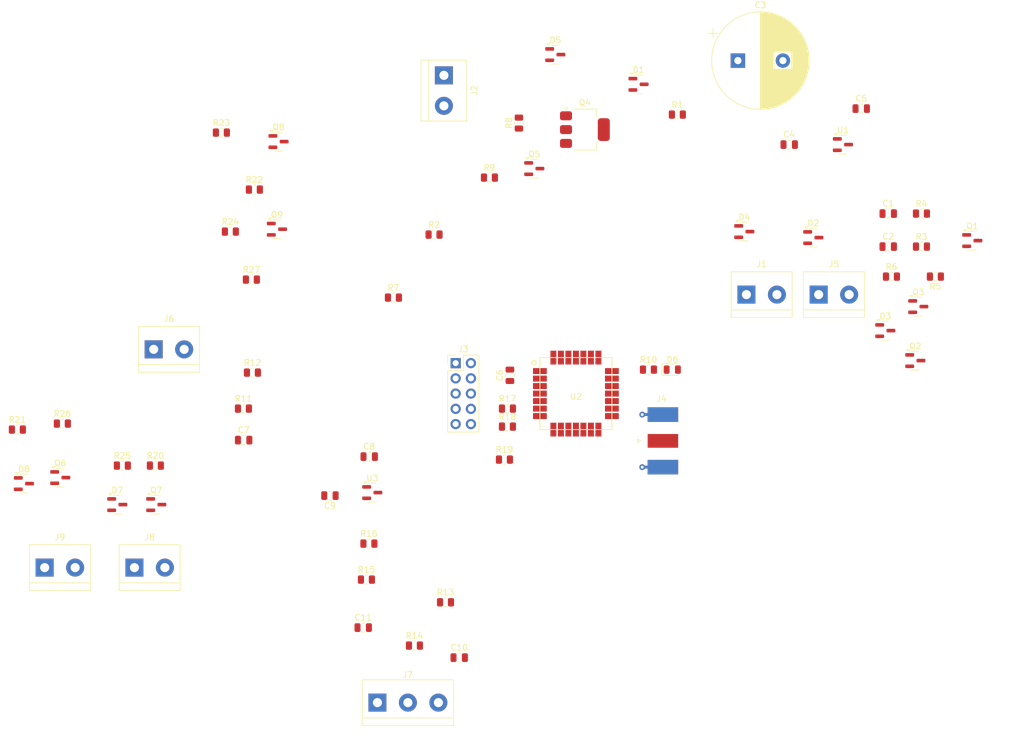
<source format=kicad_pcb>
(kicad_pcb (version 20240108) (generator "pcbnew") (generator_version "8.0")
  (layers (0 "F.Cu" signal) (31 "B.Cu" signal) (34 "B.Paste" user) (35 "F.Paste" user) (36 "B.SilkS" user "B.Silkscreen") (37 "F.SilkS" user "F.Silkscreen") (38 "B.Mask" user) (39 "F.Mask" user) (44 "Edge.Cuts" user))
  (net 0 "")
  (net 1 "Net-(D5-A)")
  (net 2 "Net-(C1-Pad2)")
  (net 3 "Net-(C2-Pad2)")
  (net 4 "Net-(J1-Pin_2)")
  (net 5 "GND")
  (net 6 "VCAP")
  (net 7 "+3V3")
  (net 8 "Net-(Q8-D)")
  (net 9 "Net-(J7-Pin_1)")
  (net 10 "VSOUT")
  (net 11 "VSIN")
  (net 12 "Net-(D1-Pad3)")
  (net 13 "Net-(Q1-C)")
  (net 15 "Net-(Q3-B)")
  (net 16 "Net-(Q2-B)")
  (net 17 "Net-(D5-K)")
  (net 19 "Net-(D6-K)")
  (net 21 "Net-(D7-K)")
  (net 22 "Net-(D8-K)")
  (net 24 "Net-(J2-Pin_2)")
  (net 25 "SWDIO")
  (net 26 "BOOT")
  (net 27 "RST")
  (net 28 "MON-TX")
  (net 29 "MON-RX")
  (net 30 "SWCLK")
  (net 31 "Net-(J4-In)")
  (net 32 "Net-(J7-Pin_2)")
  (net 33 "Net-(Q1-E)")
  (net 34 "Net-(Q1-B)")
  (net 35 "BUS-RX")
  (net 36 "Net-(Q4-E)")
  (net 37 "Net-(Q6-G)")
  (net 38 "Net-(Q7-G)")
  (net 39 "Net-(Q8-G)")
  (net 40 "Net-(Q9-G)")
  (net 41 "Net-(Q9-D)")
  (net 42 "BUS-TX")
  (net 43 "Net-(U2-PA9)")
  (net 44 "Net-(U2-PA15)")
  (net 45 "Net-(U2-PB4)")
  (net 46 "Net-(U2-PB3)")
  (net 47 "OUT-1")
  (net 48 "OUT-2")
  (net 49 "AUX")
  (footprint "TerminalBlock:TerminalBlock_bornier-2_P5.08mm" (layer "F.Cu") (at 179.92 74)
    (property "Reference" "J1" (at 2.54 -5.08 0) (layer "F.SilkS"))
    (property "Value" "BUS")
    (pad "1" thru_hole rect (at 0 0) (size 3 3) (drill 1.52) (layers "*.Cu" "*.Mask") (net 1 "Net-(D5-A)"))
    (pad "2" thru_hole circle (at 5.08 0) (size 3 3) (drill 1.52) (layers "*.Cu" "*.Mask") (net 4 "Net-(J1-Pin_2)"))
  )
  (footprint "Resistor_SMD:R_0805_2012Metric" (layer "F.Cu") (at 209.0875 60.5)
    (property "Reference" "R4" (at 0 -1.65 0) (layer "F.SilkS"))
    (property "Value" "100K")
    (pad "1" smd roundrect (at -0.9125 0) (size 1.025 1.4) (layers "F.Cu" "F.Paste" "F.Mask") (roundrect_rratio 0.243902) (net 2 "Net-(C1-Pad2)"))
    (pad "2" smd roundrect (at 0.9125 0) (size 1.025 1.4) (layers "F.Cu" "F.Paste" "F.Mask") (roundrect_rratio 0.243902) (net 15 "Net-(Q3-B)"))
  )
  (footprint "Package_TO_SOT_SMD:SOT-23" (layer "F.Cu") (at 161.9375 38.95)
    (property "Reference" "D1" (at 0 -2.4 0) (layer "F.SilkS"))
    (property "Value" "BAT54C")
    (pad "1" smd roundrect (at -0.9375 -0.95) (size 1.475 0.6) (layers "F.Cu" "F.Paste" "F.Mask"))
    (pad "2" smd roundrect (at -0.9375 0.95) (size 1.475 0.6) (layers "F.Cu" "F.Paste" "F.Mask") (net 13 "Net-(Q1-C)"))
    (pad "3" smd roundrect (at 0.9375 0) (size 1.475 0.6) (layers "F.Cu" "F.Paste" "F.Mask") (net 12 "Net-(D1-Pad3)"))
  )
  (footprint "TerminalBlock:TerminalBlock_bornier-2_P5.08mm" (layer "F.Cu") (at 77.92 119.5)
    (property "Reference" "J8" (at 2.54 -5.08 0) (layer "F.SilkS"))
    (property "Value" "OUTPUT 1")
    (pad "1" thru_hole rect (at 0 0) (size 3 3) (drill 1.52) (layers "*.Cu" "*.Mask") (net 5 "GND"))
    (pad "2" thru_hole circle (at 5.08 0) (size 3 3) (drill 1.52) (layers "*.Cu" "*.Mask") (net 21 "Net-(D7-K)"))
  )
  (footprint "Resistor_SMD:R_0805_2012Metric" (layer "F.Cu") (at 97.4125 71.5)
    (property "Reference" "R27" (at 0 -1.65 0) (layer "F.SilkS"))
    (property "Value" "100K")
    (pad "1" smd roundrect (at -0.9125 0) (size 1.025 1.4) (layers "F.Cu" "F.Paste" "F.Mask") (roundrect_rratio 0.243902) (net 5 "GND"))
    (pad "2" smd roundrect (at 0.9125 0) (size 1.025 1.4) (layers "F.Cu" "F.Paste" "F.Mask") (roundrect_rratio 0.243902) (net 49 "AUX"))
  )
  (footprint "Capacitor_SMD:C_0805_2012Metric" (layer "F.Cu") (at 187.05 49)
    (property "Reference" "C4" (at 0 -1.68 0) (layer "F.SilkS"))
    (property "Value" "1U")
    (pad "1" smd roundrect (at -0.95 0) (size 1 1.45) (layers "F.Cu" "F.Paste" "F.Mask") (net 5 "GND"))
    (pad "2" smd roundrect (at 0.95 0) (size 1 1.45) (layers "F.Cu" "F.Paste" "F.Mask") (net 6 "VCAP"))
  )
  (footprint "Resistor_SMD:R_0805_2012Metric" (layer "F.Cu") (at 140.0875 93)
    (property "Reference" "R17" (at 0 -1.65 0) (layer "F.SilkS"))
    (property "Value" "22K")
    (pad "1" smd roundrect (at -0.9125 0) (size 1.025 1.4) (layers "F.Cu" "F.Paste" "F.Mask") (roundrect_rratio 0.243902) (net 6 "VCAP"))
    (pad "2" smd roundrect (at 0.9125 0) (size 1.025 1.4) (layers "F.Cu" "F.Paste" "F.Mask") (roundrect_rratio 0.243902) (net 44 "Net-(U2-PA15)"))
  )
  (footprint "Package_TO_SOT_SMD:SOT-23" (layer "F.Cu") (at 117.5625 107)
    (property "Reference" "U3" (at 0 -2.4 0) (layer "F.SilkS"))
    (property "Value" "MCP1703T-5002E/DB")
    (pad "1" smd roundrect (at -0.9375 -0.95) (size 1.475 0.6) (layers "F.Cu" "F.Paste" "F.Mask") (net 5 "GND"))
    (pad "2" smd roundrect (at -0.9375 0.95) (size 1.475 0.6) (layers "F.Cu" "F.Paste" "F.Mask") (net 9 "Net-(J7-Pin_1)"))
    (pad "3" smd roundrect (at 0.9375 0) (size 1.475 0.6) (layers "F.Cu" "F.Paste" "F.Mask") (net 8 "Net-(Q8-D)"))
  )
  (footprint "LoRa-E5:LoRa-E5" (layer "F.Cu") (at 151.5 90.5)
    (property "Reference" "U2" (at 0 0.5 0) (layer "F.SilkS"))
    (property "Value" "LoRa-E5")
    (pad "1" smd rect (at -6 -3.75 90) (size 1 2.3) (layers "F.Cu" "F.Paste" "F.Mask") (net 7 "+3V3"))
    (pad "2" smd rect (at -6 -2.5 90) (size 1 2.3) (layers "F.Cu" "F.Paste" "F.Mask") (net 5 "GND"))
    (pad "3" smd rect (at -6 -1.25 90) (size 1 2.3) (layers "F.Cu" "F.Paste" "F.Mask") (net 25 "SWDIO"))
    (pad "4" smd rect (at -6 0 90) (size 1 2.3) (layers "F.Cu" "F.Paste" "F.Mask") (net 30 "SWCLK"))
    (pad "5" smd rect (at -6 1.25 90) (size 1 2.3) (layers "F.Cu" "F.Paste" "F.Mask"))
    (pad "6" smd rect (at -6 2.5 90) (size 1 2.3) (layers "F.Cu" "F.Paste" "F.Mask") (net 44 "Net-(U2-PA15)"))
    (pad "7" smd rect (at -6 3.75 90) (size 1 2.3) (layers "F.Cu" "F.Paste" "F.Mask") (net 45 "Net-(U2-PB4)"))
    (pad "8" smd rect (at -3.75 6 180) (size 1 2.3) (layers "F.Cu" "F.Paste" "F.Mask") (net 46 "Net-(U2-PB3)"))
    (pad "9" smd rect (at -2.5 6 180) (size 1 2.3) (layers "F.Cu" "F.Paste" "F.Mask") (net 29 "MON-RX"))
    (pad "10" smd rect (at -1.25 6 180) (size 1 2.3) (layers "F.Cu" "F.Paste" "F.Mask") (net 28 "MON-TX"))
    (pad "11" smd rect (at 0 6 180) (size 1 2.3) (layers "F.Cu" "F.Paste" "F.Mask") (net 49 "AUX"))
    (pad "12" smd rect (at 1.25 6 180) (size 1 2.3) (layers "F.Cu" "F.Paste" "F.Mask") (net 48 "OUT-2"))
    (pad "13" smd rect (at 2.5 6 180) (size 1 2.3) (layers "F.Cu" "F.Paste" "F.Mask") (net 47 "OUT-1"))
    (pad "14" smd rect (at 3.75 6 180) (size 1 2.3) (layers "F.Cu" "F.Paste" "F.Mask") (net 5 "GND"))
    (pad "15" smd rect (at 6 3.75 270) (size 1 2.3) (layers "F.Cu" "F.Paste" "F.Mask") (net 31 "Net-(J4-In)"))
    (pad "16" smd rect (at 6 2.5 270) (size 1 2.3) (layers "F.Cu" "F.Paste" "F.Mask") (net 5 "GND"))
    (pad "17" smd rect (at 6 1.25 270) (size 1 2.3) (layers "F.Cu" "F.Paste" "F.Mask") (net 27 "RST"))
    (pad "18" smd rect (at 6 0 270) (size 1 2.3) (layers "F.Cu" "F.Paste" "F.Mask") (net 35 "BUS-RX"))
    (pad "19" smd rect (at 6 -1.25 270) (size 1 2.3) (layers "F.Cu" "F.Paste" "F.Mask") (net 42 "BUS-TX"))
    (pad "20" smd rect (at 6 -2.5 270) (size 1 2.3) (layers "F.Cu" "F.Paste" "F.Mask"))
    (pad "21" smd rect (at 6 -3.75 270) (size 1 2.3) (layers "F.Cu" "F.Paste" "F.Mask") (net 43 "Net-(U2-PA9)"))
    (pad "22" smd rect (at 3.75 -6) (size 1 2.3) (layers "F.Cu" "F.Paste" "F.Mask") (net 5 "GND"))
    (pad "23" smd rect (at 2.5 -6) (size 1 2.3) (layers "F.Cu" "F.Paste" "F.Mask"))
    (pad "24" smd rect (at 1.25 -6) (size 1 2.3) (layers "F.Cu" "F.Paste" "F.Mask") (net 26 "BOOT"))
    (pad "25" smd rect (at 0 -6) (size 1 2.3) (layers "F.Cu" "F.Paste" "F.Mask"))
    (pad "26" smd rect (at -1.25 -6) (size 1 2.3) (layers "F.Cu" "F.Paste" "F.Mask"))
    (pad "27" smd rect (at -2.5 -6) (size 1 2.3) (layers "F.Cu" "F.Paste" "F.Mask"))
    (pad "28" smd rect (at -3.75 -6) (size 1 2.3) (layers "F.Cu" "F.Paste" "F.Mask"))
  )
  (footprint "Resistor_SMD:R_0805_2012Metric" (layer "F.Cu") (at 142 45.4125 90)
    (property "Reference" "R8" (at 0 -1.65 90) (layer "F.SilkS"))
    (property "Value" "1K2")
    (pad "1" smd roundrect (at -0.9125 0 90) (size 1.025 1.4) (layers "F.Cu" "F.Paste" "F.Mask") (roundrect_rratio 0.243902) (net 24 "Net-(J2-Pin_2)"))
    (pad "2" smd roundrect (at 0.9125 0 90) (size 1.025 1.4) (layers "F.Cu" "F.Paste" "F.Mask") (roundrect_rratio 0.243902) (net 17 "Net-(D5-K)"))
  )
  (footprint "Resistor_SMD:R_0805_2012Metric" (layer "F.Cu") (at 65.9125 95.5)
    (property "Reference" "R26" (at 0 -1.65 0) (layer "F.SilkS"))
    (property "Value" "100K")
    (pad "1" smd roundrect (at -0.9125 0) (size 1.025 1.4) (layers "F.Cu" "F.Paste" "F.Mask") (roundrect_rratio 0.243902) (net 5 "GND"))
    (pad "2" smd roundrect (at 0.9125 0) (size 1.025 1.4) (layers "F.Cu" "F.Paste" "F.Mask") (roundrect_rratio 0.243902) (net 48 "OUT-2"))
  )
  (footprint "Package_TO_SOT_SMD:SOT-23" (layer "F.Cu") (at 196 49)
    (property "Reference" "U1" (at 0 -2.4 0) (layer "F.SilkS"))
    (property "Value" "MCP1703T-3302E/DB")
    (pad "1" smd roundrect (at -0.9375 -0.95) (size 1.475 0.6) (layers "F.Cu" "F.Paste" "F.Mask") (net 5 "GND"))
    (pad "2" smd roundrect (at -0.9375 0.95) (size 1.475 0.6) (layers "F.Cu" "F.Paste" "F.Mask") (net 7 "+3V3"))
    (pad "3" smd roundrect (at 0.9375 0) (size 1.475 0.6) (layers "F.Cu" "F.Paste" "F.Mask") (net 6 "VCAP"))
  )
  (footprint "Capacitor_SMD:C_0805_2012Metric" (layer "F.Cu") (at 110.5 107.5 180)
    (property "Reference" "C9" (at 0 -1.68 360) (layer "F.SilkS"))
    (property "Value" "1U")
    (pad "1" smd roundrect (at -0.95 0 180) (size 1 1.45) (layers "F.Cu" "F.Paste" "F.Mask") (net 5 "GND"))
    (pad "2" smd roundrect (at 0.95 0 180) (size 1 1.45) (layers "F.Cu" "F.Paste" "F.Mask") (net 9 "Net-(J7-Pin_1)"))
  )
  (footprint "Capacitor_SMD:C_0805_2012Metric" (layer "F.Cu") (at 132.05 134.5)
    (property "Reference" "C10" (at 0 -1.68 0) (layer "F.SilkS"))
    (property "Value" "2N2")
    (pad "1" smd roundrect (at -0.95 0) (size 1 1.45) (layers "F.Cu" "F.Paste" "F.Mask") (net 5 "GND"))
    (pad "2" smd roundrect (at 0.95 0) (size 1 1.45) (layers "F.Cu" "F.Paste" "F.Mask") (net 10 "VSOUT"))
  )
  (footprint "Resistor_SMD:R_0805_2012Metric" (layer "F.Cu") (at 75.9125 102.5)
    (property "Reference" "R25" (at 0 -1.65 0) (layer "F.SilkS"))
    (property "Value" "100K")
    (pad "1" smd roundrect (at -0.9125 0) (size 1.025 1.4) (layers "F.Cu" "F.Paste" "F.Mask") (roundrect_rratio 0.243902) (net 5 "GND"))
    (pad "2" smd roundrect (at 0.9125 0) (size 1.025 1.4) (layers "F.Cu" "F.Paste" "F.Mask") (roundrect_rratio 0.243902) (net 47 "OUT-1"))
  )
  (footprint "Package_TO_SOT_SMD:SOT-23" (layer "F.Cu") (at 208.0625 85)
    (property "Reference" "Q2" (at 0 -2.4 0) (layer "F.SilkS"))
    (property "Value" "BC847")
    (pad "1" smd roundrect (at -0.9375 -0.95) (size 1.475 0.6) (layers "F.Cu" "F.Paste" "F.Mask") (net 16 "Net-(Q2-B)"))
    (pad "2" smd roundrect (at -0.9375 0.95) (size 1.475 0.6) (layers "F.Cu" "F.Paste" "F.Mask") (net 5 "GND"))
    (pad "3" smd roundrect (at 0.9375 0) (size 1.475 0.6) (layers "F.Cu" "F.Paste" "F.Mask") (net 35 "BUS-RX"))
  )
  (footprint "Resistor_SMD:R_0805_2012Metric" (layer "F.Cu") (at 96.0875 93)
    (property "Reference" "R11" (at 0 -1.65 0) (layer "F.SilkS"))
    (property "Value" "22K")
    (pad "1" smd roundrect (at -0.9125 0) (size 1.025 1.4) (layers "F.Cu" "F.Paste" "F.Mask") (roundrect_rratio 0.243902) (net 6 "VCAP"))
    (pad "2" smd roundrect (at 0.9125 0) (size 1.025 1.4) (layers "F.Cu" "F.Paste" "F.Mask") (roundrect_rratio 0.243902) (net 5 "GND"))
  )
  (footprint "Resistor_SMD:R_0805_2012Metric" (layer "F.Cu") (at 92.4125 47)
    (property "Reference" "R23" (at 0 -1.65 0) (layer "F.SilkS"))
    (property "Value" "100K")
    (pad "1" smd roundrect (at -0.9125 0) (size 1.025 1.4) (layers "F.Cu" "F.Paste" "F.Mask") (roundrect_rratio 0.243902) (net 39 "Net-(Q8-G)"))
    (pad "2" smd roundrect (at 0.9125 0) (size 1.025 1.4) (layers "F.Cu" "F.Paste" "F.Mask") (roundrect_rratio 0.243902) (net 6 "VCAP"))
  )
  (footprint "TerminalBlock:TerminalBlock_bornier-3_P5.08mm" (layer "F.Cu") (at 118.42 142)
    (property "Reference" "J7" (at 5.05 -4.65 0) (layer "F.SilkS"))
    (property "Value" "Sensor")
    (pad "1" thru_hole rect (at 0 0) (size 3 3) (drill 1.52) (layers "*.Cu" "*.Mask") (net 9 "Net-(J7-Pin_1)"))
    (pad "2" thru_hole circle (at 5.08 0) (size 3 3) (drill 1.52) (layers "*.Cu" "*.Mask") (net 32 "Net-(J7-Pin_2)"))
    (pad "3" thru_hole circle (at 10.16 0) (size 3 3) (drill 1.52) (layers "*.Cu" "*.Mask") (net 5 "GND"))
  )
  (footprint "Package_TO_SOT_SMD:SOT-23" (layer "F.Cu") (at 144.5625 53)
    (property "Reference" "Q5" (at 0 -2.4 0) (layer "F.SilkS"))
    (property "Value" "BC847")
    (pad "1" smd roundrect (at -0.9375 -0.95) (size 1.475 0.6) (layers "F.Cu" "F.Paste" "F.Mask") (net 36 "Net-(Q4-E)"))
    (pad "2" smd roundrect (at -0.9375 0.95) (size 1.475 0.6) (layers "F.Cu" "F.Paste" "F.Mask") (net 4 "Net-(J1-Pin_2)"))
    (pad "3" smd roundrect (at 0.9375 0) (size 1.475 0.6) (layers "F.Cu" "F.Paste" "F.Mask") (net 17 "Net-(D5-K)"))
  )
  (footprint "Package_TO_SOT_SMD:SOT-23" (layer "F.Cu") (at 203.0625 80)
    (property "Reference" "D3" (at 0 -2.4 0) (layer "F.SilkS"))
    (property "Value" "BAT54A")
    (pad "1" smd roundrect (at -0.9375 -0.95) (size 1.475 0.6) (layers "F.Cu" "F.Paste" "F.Mask") (net 16 "Net-(Q2-B)"))
    (pad "2" smd roundrect (at -0.9375 0.95) (size 1.475 0.6) (layers "F.Cu" "F.Paste" "F.Mask") (net 15 "Net-(Q3-B)"))
    (pad "3" smd roundrect (at 0.9375 0) (size 1.475 0.6) (layers "F.Cu" "F.Paste" "F.Mask") (net 5 "GND"))
  )
  (footprint "Resistor_SMD:R_0805_2012Metric" (layer "F.Cu") (at 58.4125 96.5)
    (property "Reference" "R21" (at 0 -1.65 0) (layer "F.SilkS"))
    (property "Value" "22K")
    (pad "1" smd roundrect (at -0.9125 0) (size 1.025 1.4) (layers "F.Cu" "F.Paste" "F.Mask") (roundrect_rratio 0.243902) (net 37 "Net-(Q6-G)"))
    (pad "2" smd roundrect (at 0.9125 0) (size 1.025 1.4) (layers "F.Cu" "F.Paste" "F.Mask") (roundrect_rratio 0.243902) (net 48 "OUT-2"))
  )
  (footprint "Resistor_SMD:R_0805_2012Metric" (layer "F.Cu") (at 127.8575 64)
    (property "Reference" "R2" (at 0 -1.65 0) (layer "F.SilkS"))
    (property "Value" "2K2")
    (pad "1" smd roundrect (at -0.9125 0) (size 1.025 1.4) (layers "F.Cu" "F.Paste" "F.Mask") (roundrect_rratio 0.243902) (net 34 "Net-(Q1-B)"))
    (pad "2" smd roundrect (at 0.9125 0) (size 1.025 1.4) (layers "F.Cu" "F.Paste" "F.Mask") (roundrect_rratio 0.243902) (net 42 "BUS-TX"))
  )
  (footprint "Package_TO_SOT_SMD:SOT-23" (layer "F.Cu") (at 217.5625 65)
    (property "Reference" "Q1" (at 0 -2.4 0) (layer "F.SilkS"))
    (property "Value" "BC847")
    (pad "1" smd roundrect (at -0.9375 -0.95) (size 1.475 0.6) (layers "F.Cu" "F.Paste" "F.Mask") (net 34 "Net-(Q1-B)"))
    (pad "2" smd roundrect (at -0.9375 0.95) (size 1.475 0.6) (layers "F.Cu" "F.Paste" "F.Mask") (net 33 "Net-(Q1-E)"))
    (pad "3" smd roundrect (at 0.9375 0) (size 1.475 0.6) (layers "F.Cu" "F.Paste" "F.Mask") (net 13 "Net-(Q1-C)"))
  )
  (footprint "Capacitor_SMD:C_0805_2012Metric" (layer "F.Cu") (at 203.55 60.5)
    (property "Reference" "C1" (at 0 -1.68 0) (layer "F.SilkS"))
    (property "Value" "2N2")
    (pad "1" smd roundrect (at -0.95 0) (size 1 1.45) (layers "F.Cu" "F.Paste" "F.Mask") (net 1 "Net-(D5-A)"))
    (pad "2" smd roundrect (at 0.95 0) (size 1 1.45) (layers "F.Cu" "F.Paste" "F.Mask") (net 2 "Net-(C1-Pad2)"))
  )
  (footprint "Resistor_SMD:R_0805_2012Metric" (layer "F.Cu") (at 117 115.5)
    (property "Reference" "R16" (at 0 -1.65 0) (layer "F.SilkS"))
    (property "Value" "22K")
    (pad "1" smd roundrect (at -0.9125 0) (size 1.025 1.4) (layers "F.Cu" "F.Paste" "F.Mask") (roundrect_rratio 0.243902) (net 11 "VSIN"))
    (pad "2" smd roundrect (at 0.9125 0) (size 1.025 1.4) (layers "F.Cu" "F.Paste" "F.Mask") (roundrect_rratio 0.243902) (net 5 "GND"))
  )
  (footprint "Package_TO_SOT_SMD:SOT-23" (layer "F.Cu") (at 191.0625 64.5)
    (property "Reference" "D2" (at 0 -2.4 0) (layer "F.SilkS"))
    (property "Value" "BAT54C")
    (pad "1" smd roundrect (at -0.9375 -0.95) (size 1.475 0.6) (layers "F.Cu" "F.Paste" "F.Mask") (net 1 "Net-(D5-A)"))
    (pad "2" smd roundrect (at -0.9375 0.95) (size 1.475 0.6) (layers "F.Cu" "F.Paste" "F.Mask") (net 4 "Net-(J1-Pin_2)"))
    (pad "3" smd roundrect (at 0.9375 0) (size 1.475 0.6) (layers "F.Cu" "F.Paste" "F.Mask") (net 13 "Net-(Q1-C)"))
  )
  (footprint "Package_TO_SOT_SMD:SOT-23" (layer "F.Cu") (at 75.0625 109)
    (property "Reference" "D7" (at 0 -2.4 0) (layer "F.SilkS"))
    (property "Value" "BZX84C13")
    (pad "1" smd roundrect (at -0.9375 -0.95) (size 1.475 0.6) (layers "F.Cu" "F.Paste" "F.Mask") (net 5 "GND"))
    (pad "2" smd roundrect (at -0.9375 0.95) (size 1.475 0.6) (layers "F.Cu" "F.Paste" "F.Mask"))
    (pad "3" smd roundrect (at 0.9375 0) (size 1.475 0.6) (layers "F.Cu" "F.Paste" "F.Mask") (net 21 "Net-(D7-K)"))
  )
  (footprint "Capacitor_SMD:C_0805_2012Metric" (layer "F.Cu") (at 116.05 129.5)
    (property "Reference" "C11" (at 0 -1.68 0) (layer "F.SilkS"))
    (property "Value" "2N2")
    (pad "1" smd roundrect (at -0.95 0) (size 1 1.45) (layers "F.Cu" "F.Paste" "F.Mask") (net 5 "GND"))
    (pad "2" smd roundrect (at 0.95 0) (size 1 1.45) (layers "F.Cu" "F.Paste" "F.Mask") (net 11 "VSIN"))
  )
  (footprint "LED_SMD:LED_0805_2012Metric" (layer "F.Cu") (at 167.5625 86.5)
    (property "Reference" "D6" (at 0 -1.65 0) (layer "F.SilkS"))
    (property "Value" "LED")
    (pad "1" smd roundrect (at -0.9375 0) (size 0.975 1.4) (layers "F.Cu" "F.Paste" "F.Mask") (net 19 "Net-(D6-K)"))
    (pad "2" smd roundrect (at 0.9375 0) (size 0.975 1.4) (layers "F.Cu" "F.Paste" "F.Mask") (net 7 "+3V3"))
  )
  (footprint "Package_TO_SOT_SMD:SOT-23" (layer "F.Cu") (at 148.0625 34)
    (property "Reference" "D5" (at 0 -2.4 0) (layer "F.SilkS"))
    (property "Value" "BZX84C13")
    (pad "1" smd roundrect (at -0.9375 -0.95) (size 1.475 0.6) (layers "F.Cu" "F.Paste" "F.Mask") (net 1 "Net-(D5-A)"))
    (pad "2" smd roundrect (at -0.9375 0.95) (size 1.475 0.6) (layers "F.Cu" "F.Paste" "F.Mask"))
    (pad "3" smd roundrect (at 0.9375 0) (size 1.475 0.6) (layers "F.Cu" "F.Paste" "F.Mask") (net 17 "Net-(D5-K)"))
  )
  (footprint "Resistor_SMD:R_0805_2012Metric" (layer "F.Cu") (at 121.0875 74.5)
    (property "Reference" "R7" (at 0 -1.65 0) (layer "F.SilkS"))
    (property "Value" "10R")
    (pad "1" smd roundrect (at -0.9125 0) (size 1.025 1.4) (layers "F.Cu" "F.Paste" "F.Mask") (roundrect_rratio 0.243902) (net 33 "Net-(Q1-E)"))
    (pad "2" smd roundrect (at 0.9125 0) (size 1.025 1.4) (layers "F.Cu" "F.Paste" "F.Mask") (roundrect_rratio 0.243902) (net 5 "GND"))
  )
  (footprint "Resistor_SMD:R_0805_2012Metric" (layer "F.Cu") (at 116.5875 121.5)
    (property "Reference" "R15" (at 0 -1.65 0) (layer "F.SilkS"))
    (property "Value" "12K")
    (pad "1" smd roundrect (at -0.9125 0) (size 1.025 1.4) (layers "F.Cu" "F.Paste" "F.Mask") (roundrect_rratio 0.243902) (net 9 "Net-(J7-Pin_1)"))
    (pad "2" smd roundrect (at 0.9125 0) (size 1.025 1.4) (layers "F.Cu" "F.Paste" "F.Mask") (roundrect_rratio 0.243902) (net 11 "VSIN"))
  )
  (footprint "Package_TO_SOT_SMD:SOT-23" (layer "F.Cu") (at 208.5625 76)
    (property "Reference" "Q3" (at 0 -2.4 0) (layer "F.SilkS"))
    (property "Value" "BC847")
    (pad "1" smd roundrect (at -0.9375 -0.95) (size 1.475 0.6) (layers "F.Cu" "F.Paste" "F.Mask") (net 15 "Net-(Q3-B)"))
    (pad "2" smd roundrect (at -0.9375 0.95) (size 1.475 0.6) (layers "F.Cu" "F.Paste" "F.Mask") (net 5 "GND"))
    (pad "3" smd roundrect (at 0.9375 0) (size 1.475 0.6) (layers "F.Cu" "F.Paste" "F.Mask") (net 35 "BUS-RX"))
  )
  (footprint "Capacitor_SMD:C_0805_2012Metric" (layer "F.Cu") (at 96.1225 98.255)
    (property "Reference" "C7" (at 0 -1.68 0) (layer "F.SilkS"))
    (property "Value" "2N2")
    (pad "1" smd roundrect (at -0.95 0) (size 1 1.45) (layers "F.Cu" "F.Paste" "F.Mask") (net 5 "GND"))
    (pad "2" smd roundrect (at 0.95 0) (size 1 1.45) (layers "F.Cu" "F.Paste" "F.Mask") (net 6 "VCAP"))
  )
  (footprint "Resistor_SMD:R_0805_2012Metric" (layer "F.Cu") (at 140.0875 96)
    (property "Reference" "R18" (at 0 -1.65 0) (layer "F.SilkS"))
    (property "Value" "22K")
    (pad "1" smd roundrect (at -0.9125 0) (size 1.025 1.4) (layers "F.Cu" "F.Paste" "F.Mask") (roundrect_rratio 0.243902) (net 10 "VSOUT"))
    (pad "2" smd roundrect (at 0.9125 0) (size 1.025 1.4) (layers "F.Cu" "F.Paste" "F.Mask") (roundrect_rratio 0.243902) (net 45 "Net-(U2-PB4)"))
  )
  (footprint "TerminalBlock:TerminalBlock_bornier-2_P5.08mm" (layer "F.Cu") (at 81.1325 83.125)
    (property "Reference" "J6" (at 2.54 -5.08 0) (layer "F.SilkS"))
    (property "Value" "VCAP")
    (pad "1" thru_hole rect (at 0 0) (size 3 3) (drill 1.52) (layers "*.Cu" "*.Mask") (net 5 "GND"))
    (pad "2" thru_hole circle (at 5.08 0) (size 3 3) (drill 1.52) (layers "*.Cu" "*.Mask") (net 6 "VCAP"))
  )
  (footprint "Package_TO_SOT_SMD:SOT-23" (layer "F.Cu") (at 81.5625 109)
    (property "Reference" "Q7" (at 0 -2.4 0) (layer "F.SilkS"))
    (property "Value" "BSS138")
    (pad "1" smd roundrect (at -0.9375 -0.95) (size 1.475 0.6) (layers "F.Cu" "F.Paste" "F.Mask") (net 38 "Net-(Q7-G)"))
    (pad "2" smd roundrect (at -0.9375 0.95) (size 1.475 0.6) (layers "F.Cu" "F.Paste" "F.Mask") (net 5 "GND"))
    (pad "3" smd roundrect (at 0.9375 0) (size 1.475 0.6) (layers "F.Cu" "F.Paste" "F.Mask") (net 21 "Net-(D7-K)"))
  )
  (footprint "Resistor_SMD:R_0805_2012Metric" (layer "F.Cu") (at 97.5875 87)
    (property "Reference" "R12" (at 0 -1.65 0) (layer "F.SilkS"))
    (property "Value" "100K")
    (pad "1" smd roundrect (at -0.9125 0) (size 1.025 1.4) (layers "F.Cu" "F.Paste" "F.Mask") (roundrect_rratio 0.243902) (net 8 "Net-(Q8-D)"))
    (pad "2" smd roundrect (at 0.9125 0) (size 1.025 1.4) (layers "F.Cu" "F.Paste" "F.Mask") (roundrect_rratio 0.243902) (net 6 "VCAP"))
  )
  (footprint "Resistor_SMD:R_0805_2012Metric" (layer "F.Cu") (at 124.5875 132.5)
    (property "Reference" "R14" (at 0 -1.65 0) (layer "F.SilkS"))
    (property "Value" "12K")
    (pad "1" smd roundrect (at -0.9125 0) (size 1.025 1.4) (layers "F.Cu" "F.Paste" "F.Mask") (roundrect_rratio 0.243902) (net 32 "Net-(J7-Pin_2)"))
    (pad "2" smd roundrect (at 0.9125 0) (size 1.025 1.4) (layers "F.Cu" "F.Paste" "F.Mask") (roundrect_rratio 0.243902) (net 10 "VSOUT"))
  )
  (footprint "TerminalBlock:TerminalBlock_bornier-2_P5.08mm" (layer "F.Cu") (at 129.5 37.46 -90)
    (property "Reference" "J2" (at 2.54 -5.08 90) (layer "F.SilkS"))
    (property "Value" "VIN (12 TO 16 V)")
    (pad "1" thru_hole rect (at 0 0 270) (size 3 3) (drill 1.52) (layers "*.Cu" "*.Mask") (net 1 "Net-(D5-A)"))
    (pad "2" thru_hole circle (at 5.08 0 270) (size 3 3) (drill 1.52) (layers "*.Cu" "*.Mask") (net 24 "Net-(J2-Pin_2)"))
  )
  (footprint "TerminalBlock:TerminalBlock_bornier-2_P5.08mm" (layer "F.Cu") (at 62.96 119.5)
    (property "Reference" "J9" (at 2.54 -5.08 0) (layer "F.SilkS"))
    (property "Value" "OUTPUT 2")
    (pad "1" thru_hole rect (at 0 0) (size 3 3) (drill 1.52) (layers "*.Cu" "*.Mask") (net 5 "GND"))
    (pad "2" thru_hole circle (at 5.08 0) (size 3 3) (drill 1.52) (layers "*.Cu" "*.Mask") (net 22 "Net-(D8-K)"))
  )
  (footprint "Capacitor_SMD:C_0805_2012Metric" (layer "F.Cu") (at 199.05 43)
    (property "Reference" "C5" (at 0 -1.68 0) (layer "F.SilkS"))
    (property "Value" "1U")
    (pad "1" smd roundrect (at -0.95 0) (size 1 1.45) (layers "F.Cu" "F.Paste" "F.Mask") (net 5 "GND"))
    (pad "2" smd roundrect (at 0.95 0) (size 1 1.45) (layers "F.Cu" "F.Paste" "F.Mask") (net 7 "+3V3"))
  )
  (footprint "Package_TO_SOT_SMD:SOT-23" (layer "F.Cu") (at 179.5625 63.5)
    (property "Reference" "D4" (at 0 -2.4 0) (layer "F.SilkS"))
    (property "Value" "BAT54A")
    (pad "1" smd roundrect (at -0.9375 -0.95) (size 1.475 0.6) (layers "F.Cu" "F.Paste" "F.Mask") (net 1 "Net-(D5-A)"))
    (pad "2" smd roundrect (at -0.9375 0.95) (size 1.475 0.6) (layers "F.Cu" "F.Paste" "F.Mask") (net 4 "Net-(J1-Pin_2)"))
    (pad "3" smd roundrect (at 0.9375 0) (size 1.475 0.6) (layers "F.Cu" "F.Paste" "F.Mask") (net 5 "GND"))
  )
  (footprint "Connector_Coaxial:SMA_Molex_73251-1153_EdgeMount_Horizontal" (layer "F.Cu") (at 164.28 98.38 180)
    (property "Reference" "J4" (at -1.5 7 360) (layer "F.SilkS"))
    (property "Value" "SMA")
    (pad "1" smd rect (at -1.72 0 180) (size 5.08 2.29) (layers "F.Cu" "F.Paste" "F.Mask") (net 31 "Net-(J4-In)"))
    (pad "2" smd rect (at -1.72 -4.38 180) (size 5.08 2.42) (layers "F.Cu" "F.Paste" "F.Mask") (net 5 "GND"))
    (pad "2" smd rect (at -1.72 -4.38 180) (size 5.08 2.42) (layers "B.Cu" "B.Paste" "B.Mask") (net 5 "GND"))
    (pad "2" smd rect (at -1.72 4.38 180) (size 5.08 2.42) (layers "F.Cu" "F.Paste" "F.Mask") (net 5 "GND"))
    (pad "2" smd rect (at -1.72 4.38 180) (size 5.08 2.42) (layers "B.Cu" "B.Paste" "B.Mask") (net 5 "GND"))
    (pad "2" smd rect (at 1.27 -4.38 180) (size 0.95 0.46) (layers "F.Cu") (net 5 "GND"))
    (pad "2" smd rect (at 1.27 -4.38 180) (size 0.95 0.46) (layers "B.Cu") (net 5 "GND"))
    (pad "2" smd rect (at 1.27 4.38 180) (size 0.95 0.46) (layers "F.Cu") (net 5 "GND"))
    (pad "2" smd rect (at 1.27 4.38 180) (size 0.95 0.46) (layers "B.Cu") (net 5 "GND"))
    (pad "2" thru_hole circle (at 1.72 -4.38 180) (size 0.97 0.97) (drill 0.46) (layers "*.Cu") (net 5 "GND"))
    (pad "2" thru_hole circle (at 1.72 4.38 180) (size 0.97 0.97) (drill 0.46) (layers "*.Cu") (net 5 "GND"))
  )
  (footprint "Resistor_SMD:R_0805_2012Metric" (layer "F.Cu") (at 93.9125 63.5)
    (property "Reference" "R24" (at 0 -1.65 0) (layer "F.SilkS"))
    (property "Value" "22K")
    (pad "1" smd roundrect (at -0.9125 0) (size 1.025 1.4) (layers "F.Cu" "F.Paste" "F.Mask") (roundrect_rratio 0.243902) (net 40 "Net-(Q9-G)"))
    (pad "2" smd roundrect (at 0.9125 0) (size 1.025 1.4) (layers "F.Cu" "F.Paste" "F.Mask") (roundrect_rratio 0.243902) (net 49 "AUX"))
  )
  (footprint "Capacitor_SMD:C_0805_2012Metric" (layer "F.Cu") (at 140.5 87.45 90)
    (property "Reference" "C6" (at 0 -1.68 90) (layer "F.SilkS"))
    (property "Value" "4U7")
    (pad "1" smd roundrect (at -0.95 0 90) (size 1 1.45) (layers "F.Cu" "F.Paste" "F.Mask") (net 5 "GND"))
    (pad "2" smd roundrect (at 0.95 0 90) (size 1 1.45) (layers "F.Cu" "F.Paste" "F.Mask") (net 7 "+3V3"))
  )
  (footprint "Resistor_SMD:R_0805_2012Metric" (layer "F.Cu") (at 139.5875 101.5)
    (property "Reference" "R19" (at 0 -1.65 0) (layer "F.SilkS"))
    (property "Value" "22K")
    (pad "1" smd roundrect (at -0.9125 0) (size 1.025 1.4) (layers "F.Cu" "F.Paste" "F.Mask") (roundrect_rratio 0.243902) (net 11 "VSIN"))
    (pad "2" smd roundrect (at 0.9125 0) (size 1.025 1.4) (layers "F.Cu" "F.Paste" "F.Mask") (roundrect_rratio 0.243902) (net 46 "Net-(U2-PB3)"))
  )
  (footprint "Package_TO_SOT_SMD:SOT-23" (layer "F.Cu") (at 65.5625 104.5)
    (property "Reference" "Q6" (at 0 -2.4 0) (layer "F.SilkS"))
    (property "Value" "BSS138")
    (pad "1" smd roundrect (at -0.9375 -0.95) (size 1.475 0.6) (layers "F.Cu" "F.Paste" "F.Mask") (net 37 "Net-(Q6-G)"))
    (pad "2" smd roundrect (at -0.9375 0.95) (size 1.475 0.6) (layers "F.Cu" "F.Paste" "F.Mask") (net 5 "GND"))
    (pad "3" smd roundrect (at 0.9375 0) (size 1.475 0.6) (layers "F.Cu" "F.Paste" "F.Mask") (net 22 "Net-(D8-K)"))
  )
  (footprint "Capacitor_SMD:C_0805_2012Metric" (layer "F.Cu") (at 117.05 101)
    (property "Reference" "C8" (at 0 -1.68 0) (layer "F.SilkS"))
    (property "Value" "1U")
    (pad "1" smd roundrect (at -0.95 0) (size 1 1.45) (layers "F.Cu" "F.Paste" "F.Mask") (net 5 "GND"))
    (pad "2" smd roundrect (at 0.95 0) (size 1 1.45) (layers "F.Cu" "F.Paste" "F.Mask") (net 8 "Net-(Q8-D)"))
  )
  (footprint "Package_TO_SOT_SMD:SOT-23" (layer "F.Cu") (at 101.9375 48.5)
    (property "Reference" "Q8" (at 0 -2.4 0) (layer "F.SilkS"))
    (property "Value" "BSS84")
    (pad "1" smd roundrect (at -0.9375 -0.95) (size 1.475 0.6) (layers "F.Cu" "F.Paste" "F.Mask") (net 39 "Net-(Q8-G)"))
    (pad "2" smd roundrect (at -0.9375 0.95) (size 1.475 0.6) (layers "F.Cu" "F.Paste" "F.Mask") (net 6 "VCAP"))
    (pad "3" smd roundrect (at 0.9375 0) (size 1.475 0.6) (layers "F.Cu" "F.Paste" "F.Mask") (net 8 "Net-(Q8-D)"))
  )
  (footprint "Resistor_SMD:R_0805_2012Metric" (layer "F.Cu") (at 211.4125 71 180)
    (property "Reference" "R5" (at 0 -1.65 360) (layer "F.SilkS"))
    (property "Value" "22K")
    (pad "1" smd roundrect (at -0.9125 0 180) (size 1.025 1.4) (layers "F.Cu" "F.Paste" "F.Mask") (roundrect_rratio 0.243902) (net 16 "Net-(Q2-B)"))
    (pad "2" smd roundrect (at 0.9125 0 180) (size 1.025 1.4) (layers "F.Cu" "F.Paste" "F.Mask") (roundrect_rratio 0.243902) (net 5 "GND"))
  )
  (footprint "Capacitor_SMD:C_0805_2012Metric" (layer "F.Cu") (at 203.55 66)
    (property "Reference" "C2" (at 0 -1.68 0) (layer "F.SilkS"))
    (property "Value" "2N2")
    (pad "1" smd roundrect (at -0.95 0) (size 1 1.45) (layers "F.Cu" "F.Paste" "F.Mask") (net 4 "Net-(J1-Pin_2)"))
    (pad "2" smd roundrect (at 0.95 0) (size 1 1.45) (layers "F.Cu" "F.Paste" "F.Mask") (net 3 "Net-(C2-Pad2)"))
  )
  (footprint "Resistor_SMD:R_0805_2012Metric" (layer "F.Cu") (at 204.0875 71)
    (property "Reference" "R6" (at 0 -1.65 0) (layer "F.SilkS"))
    (property "Value" "22K")
    (pad "1" smd roundrect (at -0.9125 0) (size 1.025 1.4) (layers "F.Cu" "F.Paste" "F.Mask") (roundrect_rratio 0.243902) (net 15 "Net-(Q3-B)"))
    (pad "2" smd roundrect (at 0.9125 0) (size 1.025 1.4) (layers "F.Cu" "F.Paste" "F.Mask") (roundrect_rratio 0.243902) (net 5 "GND"))
  )
  (footprint "Package_TO_SOT_SMD:SOT-223-3_TabPin2" (layer "F.Cu") (at 153 46.5)
    (property "Reference" "Q4" (at 0 -4.5 0) (layer "F.SilkS"))
    (property "Value" "BCP56")
    (pad "1" smd roundrect (at -3.15 -2.3) (size 2 1.5) (layers "F.Cu" "F.Paste" "F.Mask") (net 17 "Net-(D5-K)"))
    (pad "2" smd roundrect (at -3.15 0) (size 2 1.5) (layers "F.Cu" "F.Paste" "F.Mask") (net 24 "Net-(J2-Pin_2)"))
    (pad "2" smd roundrect (at 3.15 0) (size 2 3.8) (layers "F.Cu" "F.Paste" "F.Mask") (net 24 "Net-(J2-Pin_2)"))
    (pad "3" smd roundrect (at -3.15 2.3) (size 2 1.5) (layers "F.Cu" "F.Paste" "F.Mask") (net 36 "Net-(Q4-E)"))
  )
  (footprint "Package_TO_SOT_SMD:SOT-23" (layer "F.Cu") (at 101.6725 63.1)
    (property "Reference" "Q9" (at 0 -2.4 0) (layer "F.SilkS"))
    (property "Value" "BSS138")
    (pad "1" smd roundrect (at -0.9375 -0.95) (size 1.475 0.6) (layers "F.Cu" "F.Paste" "F.Mask") (net 40 "Net-(Q9-G)"))
    (pad "2" smd roundrect (at -0.9375 0.95) (size 1.475 0.6) (layers "F.Cu" "F.Paste" "F.Mask") (net 5 "GND"))
    (pad "3" smd roundrect (at 0.9375 0) (size 1.475 0.6) (layers "F.Cu" "F.Paste" "F.Mask") (net 41 "Net-(Q9-D)"))
  )
  (footprint "TerminalBlock:TerminalBlock_bornier-2_P5.08mm" (layer "F.Cu") (at 191.96 74)
    (property "Reference" "J5" (at 2.54 -5.08 0) (layer "F.SilkS"))
    (property "Value" "BUS")
    (pad "1" thru_hole rect (at 0 0) (size 3 3) (drill 1.52) (layers "*.Cu" "*.Mask") (net 1 "Net-(D5-A)"))
    (pad "2" thru_hole circle (at 5.08 0) (size 3 3) (drill 1.52) (layers "*.Cu" "*.Mask") (net 4 "Net-(J1-Pin_2)"))
  )
  (footprint "Capacitor_THT:CP_Radial_D16.0mm_P7.50mm" (layer "F.Cu") (at 178.5 35)
    (property "Reference" "C3" (at 3.75 -9.25 0) (layer "F.SilkS"))
    (property "Value" "1000U")
    (pad "1" thru_hole rect (at 0 0) (size 2.4 2.4) (drill 1.2) (layers "*.Cu" "*.Mask") (net 6 "VCAP"))
    (pad "2" thru_hole circle (at 7.5 0) (size 2.4 2.4) (drill 1.2) (layers "*.Cu" "*.Mask") (net 5 "GND"))
  )
  (footprint "Resistor_SMD:R_0805_2012Metric" (layer "F.Cu") (at 97.9125 56.5)
    (property "Reference" "R22" (at 0 -1.65 0) (layer "F.SilkS"))
    (property "Value" "22K")
    (pad "1" smd roundrect (at -0.9125 0) (size 1.025 1.4) (layers "F.Cu" "F.Paste" "F.Mask") (roundrect_rratio 0.243902) (net 41 "Net-(Q9-D)"))
    (pad "2" smd roundrect (at 0.9125 0) (size 1.025 1.4) (layers "F.Cu" "F.Paste" "F.Mask") (roundrect_rratio 0.243902) (net 39 "Net-(Q8-G)"))
  )
  (footprint "Connector_PinHeader_2.54mm:PinHeader_2x05_P2.54mm_Vertical" (layer "F.Cu") (at 131.46 85.42)
    (property "Reference" "J3" (at 1.27 -2.33 0) (layer "F.SilkS"))
    (property "Value" "DEBUG")
    (pad "1" thru_hole rect (at 0 0) (size 1.7 1.7) (drill 1) (layers "*.Cu" "*.Mask") (net 7 "+3V3"))
    (pad "2" thru_hole oval (at 2.54 0) (size 1.7 1.7) (drill 1) (layers "*.Cu" "*.Mask") (net 7 "+3V3"))
    (pad "3" thru_hole oval (at 0 2.54) (size 1.7 1.7) (drill 1) (layers "*.Cu" "*.Mask") (net 27 "RST"))
    (pad "4" thru_hole oval (at 2.54 2.54) (size 1.7 1.7) (drill 1) (layers "*.Cu" "*.Mask") (net 26 "BOOT"))
    (pad "5" thru_hole oval (at 0 5.08) (size 1.7 1.7) (drill 1) (layers "*.Cu" "*.Mask") (net 30 "SWCLK"))
    (pad "6" thru_hole oval (at 2.54 5.08) (size 1.7 1.7) (drill 1) (layers "*.Cu" "*.Mask") (net 29 "MON-RX"))
    (pad "7" thru_hole oval (at 0 7.62) (size 1.7 1.7) (drill 1) (layers "*.Cu" "*.Mask") (net 5 "GND"))
    (pad "8" thru_hole oval (at 2.54 7.62) (size 1.7 1.7) (drill 1) (layers "*.Cu" "*.Mask") (net 5 "GND"))
    (pad "9" thru_hole oval (at 0 10.16) (size 1.7 1.7) (drill 1) (layers "*.Cu" "*.Mask") (net 25 "SWDIO"))
    (pad "10" thru_hole oval (at 2.54 10.16) (size 1.7 1.7) (drill 1) (layers "*.Cu" "*.Mask") (net 28 "MON-TX"))
  )
  (footprint "Resistor_SMD:R_0805_2012Metric" (layer "F.Cu") (at 129.7675 125.28)
    (property "Reference" "R13" (at 0 -1.65 0) (layer "F.SilkS"))
    (property "Value" "22K")
    (pad "1" smd roundrect (at -0.9125 0) (size 1.025 1.4) (layers "F.Cu" "F.Paste" "F.Mask") (roundrect_rratio 0.243902) (net 10 "VSOUT"))
    (pad "2" smd roundrect (at 0.9125 0) (size 1.025 1.4) (layers "F.Cu" "F.Paste" "F.Mask") (roundrect_rratio 0.243902) (net 5 "GND"))
  )
  (footprint "Resistor_SMD:R_0805_2012Metric" (layer "F.Cu") (at 168.4125 44)
    (property "Reference" "R1" (at 0 -1.65 0) (layer "F.SilkS"))
    (property "Value" "1K")
    (pad "1" smd roundrect (at -0.9125 0) (size 1.025 1.4) (layers "F.Cu" "F.Paste" "F.Mask") (roundrect_rratio 0.243902) (net 12 "Net-(D1-Pad3)"))
    (pad "2" smd roundrect (at 0.9125 0) (size 1.025 1.4) (layers "F.Cu" "F.Paste" "F.Mask") (roundrect_rratio 0.243902) (net 6 "VCAP"))
  )
  (footprint "Resistor_SMD:R_0805_2012Metric" (layer "F.Cu") (at 163.5875 86.5)
    (property "Reference" "R10" (at 0 -1.65 360) (layer "F.SilkS"))
    (property "Value" "2K2")
    (pad "1" smd roundrect (at -0.9125 0) (size 1.025 1.4) (layers "F.Cu" "F.Paste" "F.Mask") (roundrect_rratio 0.243902) (net 43 "Net-(U2-PA9)"))
    (pad "2" smd roundrect (at 0.9125 0) (size 1.025 1.4) (layers "F.Cu" "F.Paste" "F.Mask") (roundrect_rratio 0.243902) (net 19 "Net-(D6-K)"))
  )
  (footprint "Resistor_SMD:R_0805_2012Metric" (layer "F.Cu") (at 81.4125 102.5)
    (property "Reference" "R20" (at 0 -1.65 0) (layer "F.SilkS"))
    (property "Value" "22K")
    (pad "1" smd roundrect (at -0.9125 0) (size 1.025 1.4) (layers "F.Cu" "F.Paste" "F.Mask") (roundrect_rratio 0.243902) (net 38 "Net-(Q7-G)"))
    (pad "2" smd roundrect (at 0.9125 0) (size 1.025 1.4) (layers "F.Cu" "F.Paste" "F.Mask") (roundrect_rratio 0.243902) (net 47 "OUT-1"))
  )
  (footprint "Package_TO_SOT_SMD:SOT-23" (layer "F.Cu") (at 59.5 105.5)
    (property "Reference" "D8" (at 0 -2.4 0) (layer "F.SilkS"))
    (property "Value" "BZX84C13")
    (pad "1" smd roundrect (at -0.9375 -0.95) (size 1.475 0.6) (layers "F.Cu" "F.Paste" "F.Mask") (net 5 "GND"))
    (pad "2" smd roundrect (at -0.9375 0.95) (size 1.475 0.6) (layers "F.Cu" "F.Paste" "F.Mask"))
    (pad "3" smd roundrect (at 0.9375 0) (size 1.475 0.6) (layers "F.Cu" "F.Paste" "F.Mask") (net 22 "Net-(D8-K)"))
  )
  (footprint "Resistor_SMD:R_0805_2012Metric" (layer "F.Cu") (at 209.0875 66)
    (property "Reference" "R3" (at 0 -1.65 0) (layer "F.SilkS"))
    (property "Value" "100K")
    (pad "1" smd roundrect (at -0.9125 0) (size 1.025 1.4) (layers "F.Cu" "F.Paste" "F.Mask") (roundrect_rratio 0.243902) (net 3 "Net-(C2-Pad2)"))
    (pad "2" smd roundrect (at 0.9125 0) (size 1.025 1.4) (layers "F.Cu" "F.Paste" "F.Mask") (roundrect_rratio 0.243902) (net 16 "Net-(Q2-B)"))
  )
  (footprint "Resistor_SMD:R_0805_2012Metric" (layer "F.Cu") (at 137.0875 54.5)
    (property "Reference" "R9" (at 0 -1.65 0) (layer "F.SilkS"))
    (property "Value" "18R")
    (pad "1" smd roundrect (at -0.9125 0) (size 1.025 1.4) (layers "F.Cu" "F.Paste" "F.Mask") (roundrect_rratio 0.243902) (net 36 "Net-(Q4-E)"))
    (pad "2" smd roundrect (at 0.9125 0) (size 1.025 1.4) (layers "F.Cu" "F.Paste" "F.Mask") (roundrect_rratio 0.243902) (net 4 "Net-(J1-Pin_2)"))
  )
)
</source>
